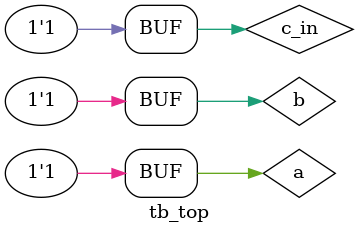
<source format=v>
`include "design.v"
module tb_top;
reg a,b,c_in;
wire s_out, c_out;
full_adder inst_a(a, b, c_in, s_out, c_out);
initial begin
    $monitor("Time=%0t a=%b b=%b c_in=%b s_out=%b c_out=%b", $time, a, b, c_in, s_out, c_out);
    #1; a = 1; b = 0; c_in = 0;
    #1; a = 0; b = 1; c_in = 0;
    #1; a = 1; b = 1; c_in = 0;
    #1; a = 0; b = 0; c_in = 1;
    #1; a = 1; b = 1; c_in = 1;
end
endmodule

</source>
